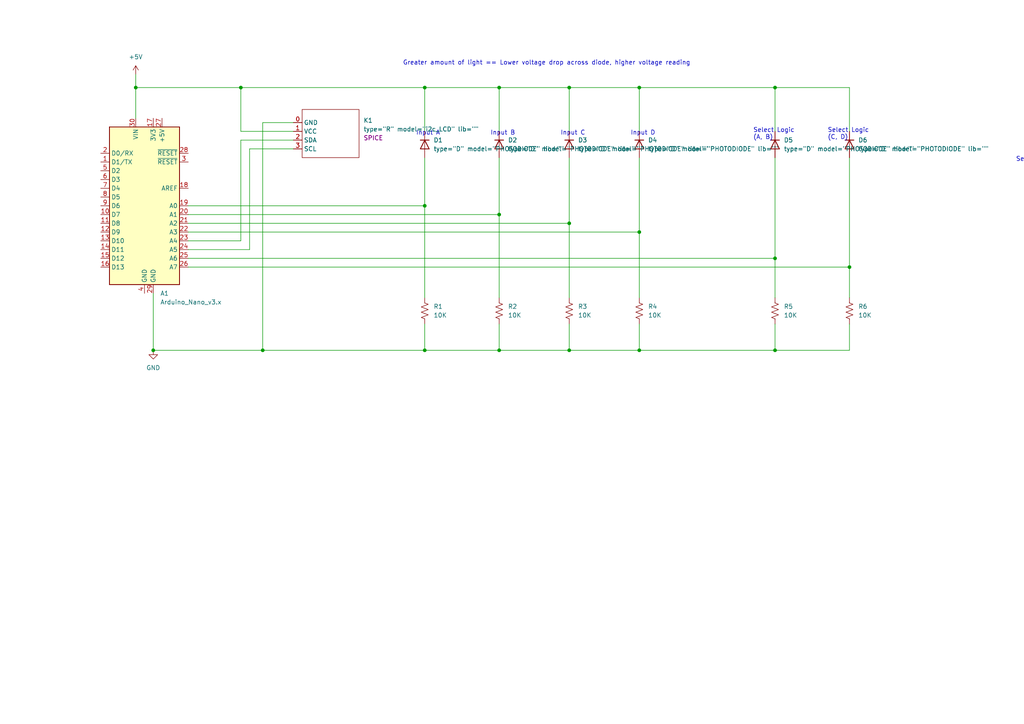
<source format=kicad_sch>
(kicad_sch (version 20211123) (generator eeschema)
  (paper "A4")
  (lib_symbols
    (symbol "Device:R_US" (pin_numbers hide) (pin_names (offset 0))
      (property "Reference" "R" (at 2.54 0 90))
      (property "Value" "R_US" (at -2.54 0 90))
      (symbol "R_US_0_1"
        (polyline (pts (xy 0 -2.286) (xy 0 -2.54)))
        (polyline (pts (xy 0 2.286) (xy 0 2.54)))
        (polyline (pts (xy 0 -0.762) (xy 1.016 -1.143) (xy 0 -1.524) (xy -1.016 -1.905) (xy 0 -2.286)))
        (polyline (pts (xy 0 0.762) (xy 1.016 0.381) (xy 0 0) (xy -1.016 -0.381) (xy 0 -0.762)))
        (polyline (pts (xy 0 2.286) (xy 1.016 1.905) (xy 0 1.524) (xy -1.016 1.143) (xy 0 0.762)))
      )
      (symbol "R_US_1_1"
        (pin passive line (at 0 3.81 270) (length 1.27) (name "~") (number "1"))
        (pin passive line (at 0 -3.81 90) (length 1.27) (name "~") (number "2"))
      )
    )
    (symbol "MCU_Module:Arduino_Nano_v3.x"
      (property "Reference" "A" (at -10.16 23.495 0))
      (property "Value" "Arduino_Nano_v3.x" (at 5.08 -24.13 0))
      (symbol "Arduino_Nano_v3.x_0_1"
        (rectangle (start -10.16 22.86) (end 10.16 -22.86) (stroke (width 0.254)) (fill (type background)))
      )
      (symbol "Arduino_Nano_v3.x_1_1"
        (pin bidirectional line (at -12.7 12.7 0) (length 2.54) (name "D1/TX") (number "1"))
        (pin bidirectional line (at -12.7 -2.54 0) (length 2.54) (name "D7") (number "10"))
        (pin bidirectional line (at -12.7 -5.08 0) (length 2.54) (name "D8") (number "11"))
        (pin bidirectional line (at -12.7 -7.62 0) (length 2.54) (name "D9") (number "12"))
        (pin bidirectional line (at -12.7 -10.16 0) (length 2.54) (name "D10") (number "13"))
        (pin bidirectional line (at -12.7 -12.7 0) (length 2.54) (name "D11") (number "14"))
        (pin bidirectional line (at -12.7 -15.24 0) (length 2.54) (name "D12") (number "15"))
        (pin bidirectional line (at -12.7 -17.78 0) (length 2.54) (name "D13") (number "16"))
        (pin power_out line (at 2.54 25.4 270) (length 2.54) (name "3V3") (number "17"))
        (pin input line (at 12.7 5.08 180) (length 2.54) (name "AREF") (number "18"))
        (pin bidirectional line (at 12.7 0 180) (length 2.54) (name "A0") (number "19"))
        (pin bidirectional line (at -12.7 15.24 0) (length 2.54) (name "D0/RX") (number "2"))
        (pin bidirectional line (at 12.7 -2.54 180) (length 2.54) (name "A1") (number "20"))
        (pin bidirectional line (at 12.7 -5.08 180) (length 2.54) (name "A2") (number "21"))
        (pin bidirectional line (at 12.7 -7.62 180) (length 2.54) (name "A3") (number "22"))
        (pin bidirectional line (at 12.7 -10.16 180) (length 2.54) (name "A4") (number "23"))
        (pin bidirectional line (at 12.7 -12.7 180) (length 2.54) (name "A5") (number "24"))
        (pin bidirectional line (at 12.7 -15.24 180) (length 2.54) (name "A6") (number "25"))
        (pin bidirectional line (at 12.7 -17.78 180) (length 2.54) (name "A7") (number "26"))
        (pin power_out line (at 5.08 25.4 270) (length 2.54) (name "+5V") (number "27"))
        (pin input line (at 12.7 15.24 180) (length 2.54) (name "~{RESET}") (number "28"))
        (pin power_in line (at 2.54 -25.4 90) (length 2.54) (name "GND") (number "29"))
        (pin input line (at 12.7 12.7 180) (length 2.54) (name "~{RESET}") (number "3"))
        (pin power_in line (at -2.54 25.4 270) (length 2.54) (name "VIN") (number "30"))
        (pin power_in line (at 0 -25.4 90) (length 2.54) (name "GND") (number "4"))
        (pin bidirectional line (at -12.7 10.16 0) (length 2.54) (name "D2") (number "5"))
        (pin bidirectional line (at -12.7 7.62 0) (length 2.54) (name "D3") (number "6"))
        (pin bidirectional line (at -12.7 5.08 0) (length 2.54) (name "D4") (number "7"))
        (pin bidirectional line (at -12.7 2.54 0) (length 2.54) (name "D5") (number "8"))
        (pin bidirectional line (at -12.7 0 0) (length 2.54) (name "D6") (number "9"))
      )
    )
    (symbol "Simulation_SPICE:DIODE" (pin_numbers hide) (pin_names (offset 1.016) hide)
      (property "Reference" "D" (at 0 2.54 0))
      (property "Value" "DIODE" (at 0 -2.54 0))
      (symbol "DIODE_0_1"
        (polyline (pts (xy 1.27 0) (xy -1.27 0)))
        (polyline (pts (xy 1.27 1.27) (xy 1.27 -1.27)) (stroke (width 0.254)))
        (polyline (pts (xy -1.27 -1.27) (xy -1.27 1.27) (xy 1.27 0) (xy -1.27 -1.27)) (stroke (width 0.254)))
      )
      (symbol "DIODE_1_1"
        (pin passive line (at -3.81 0 0) (length 2.54) (name "A") (number "1"))
        (pin passive line (at 3.81 0 180) (length 2.54) (name "K") (number "2"))
      )
    )
    (symbol "power:+5V" (power) (pin_names (offset 0))
      (property "Value" "+5V" (at 0 3.556 0))
      (symbol "+5V_0_1"
        (polyline (pts (xy -0.762 1.27) (xy 0 2.54)))
        (polyline (pts (xy 0 0) (xy 0 2.54)))
        (polyline (pts (xy 0 2.54) (xy 0.762 1.27)))
      )
      (symbol "+5V_1_1"
        (pin power_in line (at 0 0 90) (length 0) hide (name "+5V") (number "1"))
      )
    )
    (symbol "power:GND" (power) (pin_names (offset 0))
      (property "Value" "GND" (at 0 -3.81 0))
      (symbol "GND_0_1"
        (polyline (pts (xy 0 0) (xy 0 -1.27) (xy 1.27 -1.27) (xy 0 -2.54) (xy -1.27 -1.27) (xy 0 -1.27)))
      )
      (symbol "GND_1_1"
        (pin power_in line (at 0 0 270) (length 0) hide (name "GND") (number "1"))
      )
    )
    (symbol "symbols:i2c_LCD"
      (property "Reference" "K" (at 12.7 0 0))
      (property "Value" "i2c_LCD" (at 12.7 -2.54 0))
      (property "Spice_Primitive" "R" (at 12.7 -5.08 0))
      (property "Spice_Netlist_Enabled" "N" (at 11.43 -5.08 0))
      (symbol "i2c_LCD_0_0"
        (pin power_in line (at 0 0 0) (length 2.54) (name "GND") (number "0"))
        (pin power_in line (at 0 -2.54 0) (length 2.54) (name "VCC") (number "1"))
        (pin bidirectional line (at 0 -5.08 0) (length 2.54) (name "SDA") (number "2"))
        (pin input line (at 0 -7.62 0) (length 2.54) (name "SCL") (number "3"))
      )
      (symbol "i2c_LCD_0_1"
        (rectangle (start 2.54 3.81) (end 19.05 -10.16))
      )
    )
  )
  (junction (at 224.79 101.6))
  (junction (at 185.42 67.31))
  (junction (at 39.37 25.4))
  (junction (at 69.85 25.4))
  (junction (at 224.79 25.4))
  (junction (at 165.1 25.4))
  (junction (at 123.19 101.6))
  (junction (at 76.2 101.6))
  (junction (at 144.78 25.4))
  (junction (at 44.45 101.6))
  (junction (at 224.79 74.93))
  (junction (at 123.19 25.4))
  (junction (at 144.78 101.6))
  (junction (at 185.42 25.4))
  (junction (at 123.19 59.69))
  (junction (at 246.38 77.47))
  (junction (at 165.1 101.6))
  (junction (at 165.1 64.77))
  (junction (at 144.78 62.23))
  (junction (at 185.42 101.6))
  (wire (pts (xy 246.38 77.47) (xy 246.38 86.36)))
  (wire (pts (xy 185.42 25.4) (xy 224.79 25.4)))
  (wire (pts (xy 44.45 101.6) (xy 76.2 101.6)))
  (wire (pts (xy 123.19 25.4) (xy 144.78 25.4)))
  (wire (pts (xy 185.42 93.98) (xy 185.42 101.6)))
  (wire (pts (xy 76.2 101.6) (xy 123.19 101.6)))
  (wire (pts (xy 72.39 72.39) (xy 54.61 72.39)))
  (wire (pts (xy 165.1 101.6) (xy 185.42 101.6)))
  (wire (pts (xy 224.79 45.72) (xy 224.79 74.93)))
  (wire (pts (xy 123.19 59.69) (xy 123.19 86.36)))
  (wire (pts (xy 44.45 85.09) (xy 44.45 101.6)))
  (wire (pts (xy 144.78 101.6) (xy 165.1 101.6)))
  (wire (pts (xy 85.09 43.18) (xy 72.39 43.18)))
  (wire (pts (xy 54.61 59.69) (xy 123.19 59.69)))
  (wire (pts (xy 69.85 38.1) (xy 69.85 25.4)))
  (wire (pts (xy 85.09 40.64) (xy 69.85 40.64)))
  (wire (pts (xy 54.61 77.47) (xy 246.38 77.47)))
  (wire (pts (xy 69.85 69.85) (xy 54.61 69.85)))
  (wire (pts (xy 123.19 45.72) (xy 123.19 59.69)))
  (wire (pts (xy 54.61 67.31) (xy 185.42 67.31)))
  (wire (pts (xy 165.1 93.98) (xy 165.1 101.6)))
  (wire (pts (xy 72.39 43.18) (xy 72.39 72.39)))
  (wire (pts (xy 39.37 25.4) (xy 69.85 25.4)))
  (wire (pts (xy 165.1 64.77) (xy 165.1 86.36)))
  (wire (pts (xy 224.79 25.4) (xy 246.38 25.4)))
  (wire (pts (xy 144.78 25.4) (xy 165.1 25.4)))
  (wire (pts (xy 165.1 25.4) (xy 185.42 25.4)))
  (wire (pts (xy 185.42 67.31) (xy 185.42 86.36)))
  (wire (pts (xy 246.38 45.72) (xy 246.38 77.47)))
  (wire (pts (xy 144.78 45.72) (xy 144.78 62.23)))
  (wire (pts (xy 224.79 101.6) (xy 246.38 101.6)))
  (wire (pts (xy 224.79 74.93) (xy 224.79 86.36)))
  (wire (pts (xy 165.1 25.4) (xy 165.1 38.1)))
  (wire (pts (xy 185.42 45.72) (xy 185.42 67.31)))
  (wire (pts (xy 39.37 21.59) (xy 39.37 25.4)))
  (wire (pts (xy 54.61 74.93) (xy 224.79 74.93)))
  (wire (pts (xy 39.37 34.29) (xy 39.37 25.4)))
  (wire (pts (xy 165.1 45.72) (xy 165.1 64.77)))
  (wire (pts (xy 54.61 64.77) (xy 165.1 64.77)))
  (wire (pts (xy 85.09 38.1) (xy 69.85 38.1)))
  (wire (pts (xy 123.19 93.98) (xy 123.19 101.6)))
  (wire (pts (xy 144.78 93.98) (xy 144.78 101.6)))
  (wire (pts (xy 185.42 101.6) (xy 224.79 101.6)))
  (wire (pts (xy 123.19 101.6) (xy 144.78 101.6)))
  (wire (pts (xy 54.61 62.23) (xy 144.78 62.23)))
  (wire (pts (xy 224.79 25.4) (xy 224.79 38.1)))
  (wire (pts (xy 69.85 25.4) (xy 123.19 25.4)))
  (wire (pts (xy 123.19 25.4) (xy 123.19 38.1)))
  (wire (pts (xy 246.38 101.6) (xy 246.38 93.98)))
  (wire (pts (xy 76.2 35.56) (xy 76.2 101.6)))
  (wire (pts (xy 144.78 62.23) (xy 144.78 86.36)))
  (wire (pts (xy 185.42 25.4) (xy 185.42 38.1)))
  (wire (pts (xy 85.09 35.56) (xy 76.2 35.56)))
  (wire (pts (xy 144.78 25.4) (xy 144.78 38.1)))
  (wire (pts (xy 246.38 25.4) (xy 246.38 38.1)))
  (wire (pts (xy 224.79 101.6) (xy 224.79 93.98)))
  (wire (pts (xy 69.85 40.64) (xy 69.85 69.85)))
  (text "Greater amount of light == Lower voltage drop across diode, higher voltage reading" (at 116.84 19.05 0) (effects (font (size 1.27 1.27)) (justify left bottom)))
  (text "Input C" (at 162.56 39.37 0) (effects (font (size 1.27 1.27)) (justify left bottom)))
  (text "Input D" (at 182.88 39.37 0) (effects (font (size 1.27 1.27)) (justify left bottom)))
  (text "Input B" (at 142.24 39.37 0) (effects (font (size 1.27 1.27)) (justify left bottom)))
  (text "Input A" (at 120.65 39.37 0) (effects (font (size 1.27 1.27)) (justify left bottom)))
  (text "Select Logic\n(C, D)" (at 240.03 40.64 0) (effects (font (size 1.27 1.27)) (justify left bottom)))
  (text "Select Logic\n(A, B)" (at 218.44 40.64 0) (effects (font (size 1.27 1.27)) (justify left bottom)))
  (text "Select logic" (at 294.64 46.99 0) (effects (font (size 1.27 1.27)) (justify left bottom)))
  (symbol (lib_id "Device:R_US") (at 185.42 90.17 0) (unit 1)
    (property "Reference" "R4" (at 187.96 88.8999 0) (effects (justify left)))
    (property "Value" "10K" (at 187.96 91.4399 0) (effects (justify left)))
  )
  (symbol (lib_id "Simulation_SPICE:DIODE") (at 144.78 41.91 90) (unit 1)
    (property "Reference" "D2" (at 147.32 40.6399 90) (effects (justify right)))
    (property "Value" "PHOTODIODE" (at 147.32 43.1799 90) (effects (justify right)))
    (property "Datasheet" "http://szsgir.com/data/SGPD5029A.PDF" (effects hide))
    (property "Spice_Netlist_Enabled" "Y" (effects hide))
    (property "Spice_Primitive" "D" (effects hide))
  )
  (symbol (lib_id "power:+5V") (at 39.37 21.59 0) (unit 1)
    (property "Reference" "#PWR0102" (effects hide))
    (property "Value" "+5V" (at 39.37 16.51 0))
  )
  (symbol (lib_id "Simulation_SPICE:DIODE") (at 185.42 41.91 90) (unit 1)
    (property "Reference" "D4" (at 187.96 40.6399 90) (effects (justify right)))
    (property "Value" "PHOTODIODE" (at 187.96 43.1799 90) (effects (justify right)))
    (property "Datasheet" "http://szsgir.com/data/SGPD5029A.PDF" (effects hide))
    (property "Spice_Netlist_Enabled" "Y" (effects hide))
    (property "Spice_Primitive" "D" (effects hide))
  )
  (symbol (lib_id "Device:R_US") (at 165.1 90.17 0) (unit 1)
    (property "Reference" "R3" (at 167.64 88.8999 0) (effects (justify left)))
    (property "Value" "10K" (at 167.64 91.4399 0) (effects (justify left)))
  )
  (symbol (lib_id "Simulation_SPICE:DIODE") (at 246.38 41.91 90) (unit 1)
    (property "Reference" "D6" (at 248.92 40.6399 90) (effects (justify right)))
    (property "Value" "PHOTODIODE" (at 248.92 43.1799 90) (effects (justify right)))
    (property "Datasheet" "http://szsgir.com/data/SGPD5029A.PDF" (effects hide))
    (property "Spice_Netlist_Enabled" "Y" (effects hide))
    (property "Spice_Primitive" "D" (effects hide))
  )
  (symbol (lib_id "power:GND") (at 44.45 101.6 0) (unit 1)
    (property "Reference" "#PWR0101" (effects hide))
    (property "Value" "GND" (at 44.45 106.68 0))
  )
  (symbol (lib_id "Device:R_US") (at 144.78 90.17 0) (unit 1)
    (property "Reference" "R2" (at 147.32 88.8999 0) (effects (justify left)))
    (property "Value" "10K" (at 147.32 91.4399 0) (effects (justify left)))
  )
  (symbol (lib_id "Simulation_SPICE:DIODE") (at 224.79 41.91 90) (unit 1)
    (property "Reference" "D5" (at 227.33 40.6399 90) (effects (justify right)))
    (property "Value" "PHOTODIODE" (at 227.33 43.1799 90) (effects (justify right)))
    (property "Datasheet" "http://szsgir.com/data/SGPD5029A.PDF" (effects hide))
    (property "Spice_Netlist_Enabled" "Y" (effects hide))
    (property "Spice_Primitive" "D" (effects hide))
  )
  (symbol (lib_id "Device:R_US") (at 246.38 90.17 0) (unit 1)
    (property "Reference" "R6" (at 248.92 88.8999 0) (effects (justify left)))
    (property "Value" "10K" (at 248.92 91.4399 0) (effects (justify left)))
  )
  (symbol (lib_id "Simulation_SPICE:DIODE") (at 123.19 41.91 90) (unit 1)
    (property "Reference" "D1" (at 125.73 40.6399 90) (effects (justify right)))
    (property "Value" "PHOTODIODE" (at 125.73 43.1799 90) (effects (justify right)))
    (property "Datasheet" "http://szsgir.com/data/SGPD5029A.PDF" (effects hide))
    (property "Spice_Netlist_Enabled" "Y" (effects hide))
    (property "Spice_Primitive" "D" (effects hide))
  )
  (symbol (lib_id "Simulation_SPICE:DIODE") (at 165.1 41.91 90) (unit 1)
    (property "Reference" "D3" (at 167.64 40.6399 90) (effects (justify right)))
    (property "Value" "PHOTODIODE" (at 167.64 43.1799 90) (effects (justify right)))
    (property "Datasheet" "http://szsgir.com/data/SGPD5029A.PDF" (effects hide))
    (property "Spice_Netlist_Enabled" "Y" (effects hide))
    (property "Spice_Primitive" "D" (effects hide))
  )
  (symbol (lib_id "Device:R_US") (at 123.19 90.17 0) (unit 1)
    (property "Reference" "R1" (at 125.73 88.8999 0) (effects (justify left)))
    (property "Value" "10K" (at 125.73 91.4399 0) (effects (justify left)))
  )
  (symbol (lib_id "symbols:i2c_LCD") (at 85.09 35.56 0) (unit 1)
    (property "Reference" "K1" (at 105.41 34.9249 0) (effects (justify left)))
    (property "Value" "i2c_LCD" (at 105.41 37.4649 0) (effects (justify left)))
    (property "Spice_Primitive" "R" (at 105.41 40.0049 0) (effects (justify left)))
    (property "Spice_Netlist_Enabled" "N" (at 105.41 42.5449 0) (effects (justify left)))
  )
  (symbol (lib_id "MCU_Module:Arduino_Nano_v3.x") (at 41.91 59.69 0) (unit 1)
    (property "Reference" "A1" (at 46.4694 85.09 0) (effects (justify left)))
    (property "Value" "Arduino_Nano_v3.x" (at 46.4694 87.63 0) (effects (justify left)))
    (property "Footprint" "Module:Arduino_Nano" (effects hide))
    (property "Datasheet" "http://www.mouser.com/pdfdocs/Gravitech_Arduino_Nano3_0.pdf" (effects hide))
  )
  (symbol (lib_id "Device:R_US") (at 224.79 90.17 0) (unit 1)
    (property "Reference" "R5" (at 227.33 88.8999 0) (effects (justify left)))
    (property "Value" "10K" (at 227.33 91.4399 0) (effects (justify left)))
  )
)
</source>
